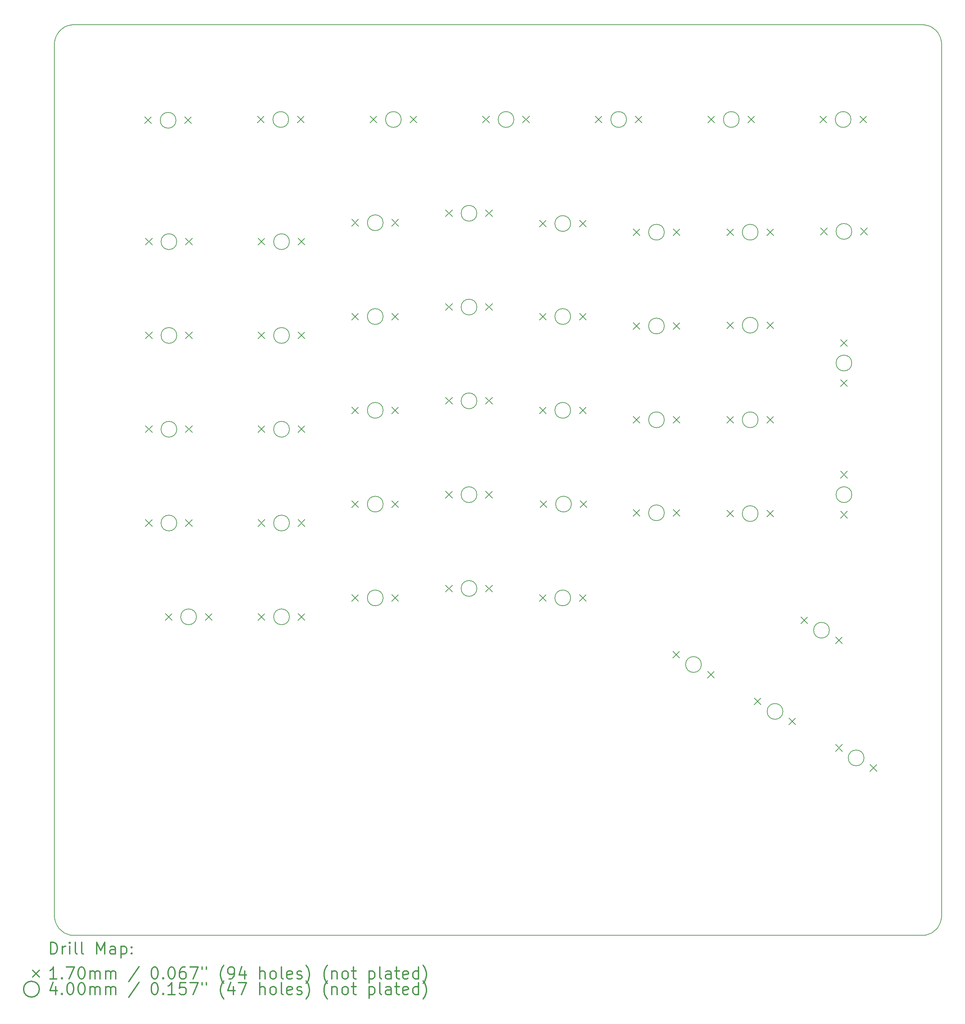
<source format=gbr>
%FSLAX45Y45*%
G04 Gerber Fmt 4.5, Leading zero omitted, Abs format (unit mm)*
G04 Created by KiCad (PCBNEW 5.1.6-c6e7f7d~87~ubuntu20.04.1) date 2020-09-09 12:41:01*
%MOMM*%
%LPD*%
G01*
G04 APERTURE LIST*
%TA.AperFunction,Profile*%
%ADD10C,0.200000*%
%TD*%
%ADD11C,0.200000*%
%ADD12C,0.300000*%
G04 APERTURE END LIST*
D10*
X2047289Y-4717200D02*
X2057900Y-4679400D01*
X24138100Y-27436383D02*
X24099100Y-27441068D01*
X24286900Y-27388014D02*
X24251200Y-27404550D01*
X2455190Y-27436383D02*
X2416740Y-27428666D01*
X24505300Y-4607000D02*
X24521700Y-4642700D01*
X24559900Y-26942493D02*
X24558400Y-26981768D01*
X2087941Y-4607000D02*
X2107096Y-4572700D01*
X24546100Y-4717200D02*
X24553700Y-4755700D01*
X2033508Y-26942493D02*
X2033508Y-4834100D01*
X2087941Y-27169595D02*
X2071542Y-27133904D01*
X2039710Y-27020768D02*
X2035024Y-26981768D01*
X2179994Y-27296099D02*
X2153260Y-27267160D01*
X24559900Y-4834100D02*
X24559900Y-26942493D01*
X24535300Y-27096971D02*
X24521700Y-27133904D01*
X24251200Y-27404550D02*
X24214400Y-27418055D01*
X2035024Y-26981768D02*
X2033508Y-26942493D01*
X2494186Y-4335500D02*
X2533598Y-4334000D01*
X2057900Y-4679400D02*
X2071542Y-4642700D01*
X24059800Y-4334000D02*
X24099100Y-4335500D01*
X2239663Y-27347086D02*
X2208795Y-27322695D01*
X24353700Y-27347086D02*
X24321100Y-27368859D01*
X2071542Y-27133904D02*
X2057900Y-27096971D01*
X2153260Y-27267160D02*
X2129006Y-27236430D01*
X2239663Y-4429500D02*
X2272185Y-4407600D01*
X2342189Y-4372000D02*
X2378983Y-4358400D01*
X24413400Y-27296099D02*
X24384600Y-27322695D01*
X2057900Y-27096971D02*
X2047289Y-27059213D01*
X2033508Y-4834100D02*
X2035024Y-4794700D01*
X2035024Y-4794700D02*
X2039710Y-4755700D01*
X2455190Y-4340200D02*
X2494186Y-4335500D01*
X24546100Y-27059213D02*
X24535300Y-27096971D01*
X24176500Y-27428666D02*
X24138100Y-27436383D01*
X24553700Y-27020768D02*
X24546100Y-27059213D01*
X24464400Y-4540100D02*
X24486200Y-4572700D01*
X24321100Y-27368859D02*
X24286900Y-27388014D01*
X24505300Y-27169595D02*
X24486200Y-27203770D01*
X2153260Y-4509300D02*
X2179994Y-4480500D01*
X2533598Y-4334000D02*
X24059800Y-4334000D01*
X2047289Y-27059213D02*
X2039710Y-27020768D01*
X24553700Y-4755700D02*
X24558400Y-4794700D01*
X2494186Y-27441068D02*
X2455190Y-27436383D01*
X24214400Y-27418055D02*
X24176500Y-27428666D01*
X2107096Y-27203770D02*
X2087941Y-27169595D01*
X24486200Y-4572700D02*
X24505300Y-4607000D01*
X24521700Y-4642700D02*
X24535300Y-4679400D01*
X24558400Y-26981768D02*
X24553700Y-27020768D01*
X2039710Y-4755700D02*
X2047289Y-4717200D01*
X24214400Y-4358400D02*
X24251200Y-4372000D01*
X2107096Y-4572700D02*
X2129006Y-4540100D01*
X2378983Y-4358400D02*
X2416740Y-4347800D01*
X24384600Y-4453700D02*
X24413400Y-4480500D01*
X24384600Y-27322695D02*
X24353700Y-27347086D01*
X24464400Y-27236430D02*
X24440000Y-27267160D01*
X24521700Y-27133904D02*
X24505300Y-27169595D01*
X2208795Y-27322695D02*
X2179994Y-27296099D01*
X24286900Y-4388400D02*
X24321100Y-4407600D01*
X24558400Y-4794700D02*
X24559900Y-4834100D01*
X2272185Y-4407600D02*
X2306498Y-4388400D01*
X2306498Y-4388400D02*
X2342189Y-4372000D01*
X2071542Y-4642700D02*
X2087941Y-4607000D01*
X24440000Y-27267160D02*
X24413400Y-27296099D01*
X2416740Y-4347800D02*
X2455190Y-4340200D01*
X24138100Y-4340200D02*
X24176500Y-4347800D01*
X24486200Y-27203770D02*
X24464400Y-27236430D01*
X24059800Y-27442584D02*
X2533598Y-27442584D01*
X24251200Y-4372000D02*
X24286900Y-4388400D01*
X2129006Y-4540100D02*
X2153260Y-4509300D01*
X24353700Y-4429500D02*
X24384600Y-4453700D01*
X24535300Y-4679400D02*
X24546100Y-4717200D01*
X2378983Y-27418055D02*
X2342189Y-27404550D01*
X2208795Y-4453700D02*
X2239663Y-4429500D01*
X24176500Y-4347800D02*
X24214400Y-4358400D01*
X2533598Y-27442584D02*
X2494186Y-27441068D01*
X2272185Y-27368859D02*
X2239663Y-27347086D01*
X24099100Y-27441068D02*
X24059800Y-27442584D01*
X24440000Y-4509300D02*
X24464400Y-4540100D01*
X2129006Y-27236430D02*
X2107096Y-27203770D01*
X24321100Y-4407600D02*
X24353700Y-4429500D01*
X24099100Y-4335500D02*
X24138100Y-4340200D01*
X2179994Y-4480500D02*
X2208795Y-4453700D01*
X2342189Y-27404550D02*
X2306498Y-27388014D01*
X24413400Y-4480500D02*
X24440000Y-4509300D01*
X2306498Y-27388014D02*
X2272185Y-27368859D01*
X2416740Y-27428666D02*
X2378983Y-27418055D01*
D11*
X7207000Y-9755000D02*
X7377000Y-9925000D01*
X7377000Y-9755000D02*
X7207000Y-9925000D01*
X8223000Y-9755000D02*
X8393000Y-9925000D01*
X8393000Y-9755000D02*
X8223000Y-9925000D01*
X14347000Y-9295000D02*
X14517000Y-9465000D01*
X14517000Y-9295000D02*
X14347000Y-9465000D01*
X15363000Y-9295000D02*
X15533000Y-9465000D01*
X15533000Y-9295000D02*
X15363000Y-9465000D01*
X4847000Y-19275000D02*
X5017000Y-19445000D01*
X5017000Y-19275000D02*
X4847000Y-19445000D01*
X5863000Y-19275000D02*
X6033000Y-19445000D01*
X6033000Y-19275000D02*
X5863000Y-19445000D01*
X9587000Y-14035000D02*
X9757000Y-14205000D01*
X9757000Y-14035000D02*
X9587000Y-14205000D01*
X10603000Y-14035000D02*
X10773000Y-14205000D01*
X10773000Y-14035000D02*
X10603000Y-14205000D01*
X19107000Y-14275000D02*
X19277000Y-14445000D01*
X19277000Y-14275000D02*
X19107000Y-14445000D01*
X20123000Y-14275000D02*
X20293000Y-14445000D01*
X20293000Y-14275000D02*
X20123000Y-14445000D01*
X14347000Y-18795000D02*
X14517000Y-18965000D01*
X14517000Y-18795000D02*
X14347000Y-18965000D01*
X15363000Y-18795000D02*
X15533000Y-18965000D01*
X15533000Y-18795000D02*
X15363000Y-18965000D01*
X11967000Y-11415000D02*
X12137000Y-11585000D01*
X12137000Y-11415000D02*
X11967000Y-11585000D01*
X12983000Y-11415000D02*
X13153000Y-11585000D01*
X13153000Y-11415000D02*
X12983000Y-11585000D01*
X7207000Y-19275000D02*
X7377000Y-19445000D01*
X7377000Y-19275000D02*
X7207000Y-19445000D01*
X8223000Y-19275000D02*
X8393000Y-19445000D01*
X8393000Y-19275000D02*
X8223000Y-19445000D01*
X16727000Y-14275000D02*
X16897000Y-14445000D01*
X16897000Y-14275000D02*
X16727000Y-14445000D01*
X17743000Y-14275000D02*
X17913000Y-14445000D01*
X17913000Y-14275000D02*
X17743000Y-14445000D01*
X15767000Y-6655000D02*
X15937000Y-6825000D01*
X15937000Y-6655000D02*
X15767000Y-6825000D01*
X16783000Y-6655000D02*
X16953000Y-6825000D01*
X16953000Y-6655000D02*
X16783000Y-6825000D01*
X4327000Y-6675000D02*
X4497000Y-6845000D01*
X4497000Y-6675000D02*
X4327000Y-6845000D01*
X5343000Y-6675000D02*
X5513000Y-6845000D01*
X5513000Y-6675000D02*
X5343000Y-6845000D01*
X16727000Y-11895000D02*
X16897000Y-12065000D01*
X16897000Y-11895000D02*
X16727000Y-12065000D01*
X17743000Y-11895000D02*
X17913000Y-12065000D01*
X17913000Y-11895000D02*
X17743000Y-12065000D01*
X17735089Y-20231041D02*
X17905089Y-20401041D01*
X17905089Y-20231041D02*
X17735089Y-20401041D01*
X18614971Y-20739041D02*
X18784971Y-20909041D01*
X18784971Y-20739041D02*
X18614971Y-20909041D01*
X14347000Y-14035000D02*
X14517000Y-14205000D01*
X14517000Y-14035000D02*
X14347000Y-14205000D01*
X15363000Y-14035000D02*
X15533000Y-14205000D01*
X15533000Y-14035000D02*
X15363000Y-14205000D01*
X16727000Y-16635000D02*
X16897000Y-16805000D01*
X16897000Y-16635000D02*
X16727000Y-16805000D01*
X17743000Y-16635000D02*
X17913000Y-16805000D01*
X17913000Y-16635000D02*
X17743000Y-16805000D01*
X4347000Y-9755000D02*
X4517000Y-9925000D01*
X4517000Y-9755000D02*
X4347000Y-9925000D01*
X5363000Y-9755000D02*
X5533000Y-9925000D01*
X5533000Y-9755000D02*
X5363000Y-9925000D01*
X9587000Y-16415000D02*
X9757000Y-16585000D01*
X9757000Y-16415000D02*
X9587000Y-16585000D01*
X10603000Y-16415000D02*
X10773000Y-16585000D01*
X10773000Y-16415000D02*
X10603000Y-16585000D01*
X19107000Y-16655000D02*
X19277000Y-16825000D01*
X19277000Y-16655000D02*
X19107000Y-16825000D01*
X20123000Y-16655000D02*
X20293000Y-16825000D01*
X20293000Y-16655000D02*
X20123000Y-16825000D01*
X7207000Y-14515000D02*
X7377000Y-14685000D01*
X7377000Y-14515000D02*
X7207000Y-14685000D01*
X8223000Y-14515000D02*
X8393000Y-14685000D01*
X8393000Y-14515000D02*
X8223000Y-14685000D01*
X21995000Y-15667000D02*
X22165000Y-15837000D01*
X22165000Y-15667000D02*
X21995000Y-15837000D01*
X21995000Y-16683000D02*
X22165000Y-16853000D01*
X22165000Y-16683000D02*
X21995000Y-16853000D01*
X11967000Y-18555000D02*
X12137000Y-18725000D01*
X12137000Y-18555000D02*
X11967000Y-18725000D01*
X12983000Y-18555000D02*
X13153000Y-18725000D01*
X13153000Y-18555000D02*
X12983000Y-18725000D01*
X16727000Y-9515000D02*
X16897000Y-9685000D01*
X16897000Y-9515000D02*
X16727000Y-9685000D01*
X17743000Y-9515000D02*
X17913000Y-9685000D01*
X17913000Y-9515000D02*
X17743000Y-9685000D01*
X11967000Y-9035000D02*
X12137000Y-9205000D01*
X12137000Y-9035000D02*
X11967000Y-9205000D01*
X12983000Y-9035000D02*
X13153000Y-9205000D01*
X13153000Y-9035000D02*
X12983000Y-9205000D01*
X14367000Y-16415000D02*
X14537000Y-16585000D01*
X14537000Y-16415000D02*
X14367000Y-16585000D01*
X15383000Y-16415000D02*
X15553000Y-16585000D01*
X15553000Y-16415000D02*
X15383000Y-16585000D01*
X4347000Y-12135000D02*
X4517000Y-12305000D01*
X4517000Y-12135000D02*
X4347000Y-12305000D01*
X5363000Y-12135000D02*
X5533000Y-12305000D01*
X5533000Y-12135000D02*
X5363000Y-12305000D01*
X7207000Y-16895000D02*
X7377000Y-17065000D01*
X7377000Y-16895000D02*
X7207000Y-17065000D01*
X8223000Y-16895000D02*
X8393000Y-17065000D01*
X8393000Y-16895000D02*
X8223000Y-17065000D01*
X9587000Y-11655000D02*
X9757000Y-11825000D01*
X9757000Y-11655000D02*
X9587000Y-11825000D01*
X10603000Y-11655000D02*
X10773000Y-11825000D01*
X10773000Y-11655000D02*
X10603000Y-11825000D01*
X19107000Y-11875000D02*
X19277000Y-12045000D01*
X19277000Y-11875000D02*
X19107000Y-12045000D01*
X20123000Y-11875000D02*
X20293000Y-12045000D01*
X20293000Y-11875000D02*
X20123000Y-12045000D01*
X12907000Y-6655000D02*
X13077000Y-6825000D01*
X13077000Y-6655000D02*
X12907000Y-6825000D01*
X13923000Y-6655000D02*
X14093000Y-6825000D01*
X14093000Y-6655000D02*
X13923000Y-6825000D01*
X4347000Y-16895000D02*
X4517000Y-17065000D01*
X4517000Y-16895000D02*
X4347000Y-17065000D01*
X5363000Y-16895000D02*
X5533000Y-17065000D01*
X5533000Y-16895000D02*
X5363000Y-17065000D01*
X21995000Y-12327000D02*
X22165000Y-12497000D01*
X22165000Y-12327000D02*
X21995000Y-12497000D01*
X21995000Y-13343000D02*
X22165000Y-13513000D01*
X22165000Y-13343000D02*
X21995000Y-13513000D01*
X21865089Y-22601041D02*
X22035089Y-22771041D01*
X22035089Y-22601041D02*
X21865089Y-22771041D01*
X22744970Y-23109041D02*
X22914970Y-23279041D01*
X22914970Y-23109041D02*
X22744970Y-23279041D01*
X18627000Y-6655000D02*
X18797000Y-6825000D01*
X18797000Y-6655000D02*
X18627000Y-6825000D01*
X19643000Y-6655000D02*
X19813000Y-6825000D01*
X19813000Y-6655000D02*
X19643000Y-6825000D01*
X11967000Y-13795000D02*
X12137000Y-13965000D01*
X12137000Y-13795000D02*
X11967000Y-13965000D01*
X12983000Y-13795000D02*
X13153000Y-13965000D01*
X13153000Y-13795000D02*
X12983000Y-13965000D01*
X14347000Y-11655000D02*
X14517000Y-11825000D01*
X14517000Y-11655000D02*
X14347000Y-11825000D01*
X15363000Y-11655000D02*
X15533000Y-11825000D01*
X15533000Y-11655000D02*
X15363000Y-11825000D01*
X9587000Y-9275000D02*
X9757000Y-9445000D01*
X9757000Y-9275000D02*
X9587000Y-9445000D01*
X10603000Y-9275000D02*
X10773000Y-9445000D01*
X10773000Y-9275000D02*
X10603000Y-9445000D01*
X19107000Y-9515000D02*
X19277000Y-9685000D01*
X19277000Y-9515000D02*
X19107000Y-9685000D01*
X20123000Y-9515000D02*
X20293000Y-9685000D01*
X20293000Y-9515000D02*
X20123000Y-9685000D01*
X4347000Y-14515000D02*
X4517000Y-14685000D01*
X4517000Y-14515000D02*
X4347000Y-14685000D01*
X5363000Y-14515000D02*
X5533000Y-14685000D01*
X5533000Y-14515000D02*
X5363000Y-14685000D01*
X9587000Y-18795000D02*
X9757000Y-18965000D01*
X9757000Y-18795000D02*
X9587000Y-18965000D01*
X10603000Y-18795000D02*
X10773000Y-18965000D01*
X10773000Y-18795000D02*
X10603000Y-18965000D01*
X21487000Y-9495000D02*
X21657000Y-9665000D01*
X21657000Y-9495000D02*
X21487000Y-9665000D01*
X22503000Y-9495000D02*
X22673000Y-9665000D01*
X22673000Y-9495000D02*
X22503000Y-9665000D01*
X19805089Y-21421041D02*
X19975089Y-21591041D01*
X19975089Y-21421041D02*
X19805089Y-21591041D01*
X20684971Y-21929041D02*
X20854971Y-22099041D01*
X20854971Y-21929041D02*
X20684971Y-22099041D01*
X7207000Y-12135000D02*
X7377000Y-12305000D01*
X7377000Y-12135000D02*
X7207000Y-12305000D01*
X8223000Y-12135000D02*
X8393000Y-12305000D01*
X8393000Y-12135000D02*
X8223000Y-12305000D01*
X11967000Y-16175000D02*
X12137000Y-16345000D01*
X12137000Y-16175000D02*
X11967000Y-16345000D01*
X12983000Y-16175000D02*
X13153000Y-16345000D01*
X13153000Y-16175000D02*
X12983000Y-16345000D01*
X7187000Y-6655000D02*
X7357000Y-6825000D01*
X7357000Y-6655000D02*
X7187000Y-6825000D01*
X8203000Y-6655000D02*
X8373000Y-6825000D01*
X8373000Y-6655000D02*
X8203000Y-6825000D01*
X10047000Y-6655000D02*
X10217000Y-6825000D01*
X10217000Y-6655000D02*
X10047000Y-6825000D01*
X11063000Y-6655000D02*
X11233000Y-6825000D01*
X11233000Y-6655000D02*
X11063000Y-6825000D01*
X20985089Y-19361041D02*
X21155089Y-19531041D01*
X21155089Y-19361041D02*
X20985089Y-19531041D01*
X21864971Y-19869041D02*
X22034971Y-20039041D01*
X22034971Y-19869041D02*
X21864971Y-20039041D01*
X21467000Y-6655000D02*
X21637000Y-6825000D01*
X21637000Y-6655000D02*
X21467000Y-6825000D01*
X22483000Y-6655000D02*
X22653000Y-6825000D01*
X22653000Y-6655000D02*
X22483000Y-6825000D01*
X10380000Y-14120000D02*
G75*
G03*
X10380000Y-14120000I-200000J0D01*
G01*
X19900000Y-14360000D02*
G75*
G03*
X19900000Y-14360000I-200000J0D01*
G01*
X15140000Y-18880000D02*
G75*
G03*
X15140000Y-18880000I-200000J0D01*
G01*
X12760000Y-11500000D02*
G75*
G03*
X12760000Y-11500000I-200000J0D01*
G01*
X8000000Y-19360000D02*
G75*
G03*
X8000000Y-19360000I-200000J0D01*
G01*
X17520000Y-14360000D02*
G75*
G03*
X17520000Y-14360000I-200000J0D01*
G01*
X16560000Y-6740000D02*
G75*
G03*
X16560000Y-6740000I-200000J0D01*
G01*
X5120000Y-6760000D02*
G75*
G03*
X5120000Y-6760000I-200000J0D01*
G01*
X17520000Y-11980000D02*
G75*
G03*
X17520000Y-11980000I-200000J0D01*
G01*
X18460030Y-20570041D02*
G75*
G03*
X18460030Y-20570041I-200000J0D01*
G01*
X15140000Y-14120000D02*
G75*
G03*
X15140000Y-14120000I-200000J0D01*
G01*
X17520000Y-16720000D02*
G75*
G03*
X17520000Y-16720000I-200000J0D01*
G01*
X5140000Y-9840000D02*
G75*
G03*
X5140000Y-9840000I-200000J0D01*
G01*
X10380000Y-16500000D02*
G75*
G03*
X10380000Y-16500000I-200000J0D01*
G01*
X19900000Y-16740000D02*
G75*
G03*
X19900000Y-16740000I-200000J0D01*
G01*
X8000000Y-14600000D02*
G75*
G03*
X8000000Y-14600000I-200000J0D01*
G01*
X22280000Y-16260000D02*
G75*
G03*
X22280000Y-16260000I-200000J0D01*
G01*
X12760000Y-18640000D02*
G75*
G03*
X12760000Y-18640000I-200000J0D01*
G01*
X17520000Y-9600000D02*
G75*
G03*
X17520000Y-9600000I-200000J0D01*
G01*
X12760000Y-9120000D02*
G75*
G03*
X12760000Y-9120000I-200000J0D01*
G01*
X15160000Y-16500000D02*
G75*
G03*
X15160000Y-16500000I-200000J0D01*
G01*
X5140000Y-12220000D02*
G75*
G03*
X5140000Y-12220000I-200000J0D01*
G01*
X8000000Y-16980000D02*
G75*
G03*
X8000000Y-16980000I-200000J0D01*
G01*
X10380000Y-11740000D02*
G75*
G03*
X10380000Y-11740000I-200000J0D01*
G01*
X19900000Y-11960000D02*
G75*
G03*
X19900000Y-11960000I-200000J0D01*
G01*
X13700000Y-6740000D02*
G75*
G03*
X13700000Y-6740000I-200000J0D01*
G01*
X5140000Y-16980000D02*
G75*
G03*
X5140000Y-16980000I-200000J0D01*
G01*
X22280000Y-12920000D02*
G75*
G03*
X22280000Y-12920000I-200000J0D01*
G01*
X22590029Y-22940041D02*
G75*
G03*
X22590029Y-22940041I-200000J0D01*
G01*
X19420000Y-6740000D02*
G75*
G03*
X19420000Y-6740000I-200000J0D01*
G01*
X12760000Y-13880000D02*
G75*
G03*
X12760000Y-13880000I-200000J0D01*
G01*
X15140000Y-11740000D02*
G75*
G03*
X15140000Y-11740000I-200000J0D01*
G01*
X10380000Y-9360000D02*
G75*
G03*
X10380000Y-9360000I-200000J0D01*
G01*
X19900000Y-9600000D02*
G75*
G03*
X19900000Y-9600000I-200000J0D01*
G01*
X5140000Y-14600000D02*
G75*
G03*
X5140000Y-14600000I-200000J0D01*
G01*
X10380000Y-18880000D02*
G75*
G03*
X10380000Y-18880000I-200000J0D01*
G01*
X22280000Y-9580000D02*
G75*
G03*
X22280000Y-9580000I-200000J0D01*
G01*
X20530030Y-21760041D02*
G75*
G03*
X20530030Y-21760041I-200000J0D01*
G01*
X8000000Y-12220000D02*
G75*
G03*
X8000000Y-12220000I-200000J0D01*
G01*
X12760000Y-16260000D02*
G75*
G03*
X12760000Y-16260000I-200000J0D01*
G01*
X7980000Y-6740000D02*
G75*
G03*
X7980000Y-6740000I-200000J0D01*
G01*
X10840000Y-6740000D02*
G75*
G03*
X10840000Y-6740000I-200000J0D01*
G01*
X21710030Y-19700041D02*
G75*
G03*
X21710030Y-19700041I-200000J0D01*
G01*
X22260000Y-6740000D02*
G75*
G03*
X22260000Y-6740000I-200000J0D01*
G01*
X8000000Y-9840000D02*
G75*
G03*
X8000000Y-9840000I-200000J0D01*
G01*
X15140000Y-9380000D02*
G75*
G03*
X15140000Y-9380000I-200000J0D01*
G01*
X5640000Y-19360000D02*
G75*
G03*
X5640000Y-19360000I-200000J0D01*
G01*
D12*
X1936428Y-27918299D02*
X1936428Y-27618299D01*
X2007857Y-27618299D01*
X2050714Y-27632584D01*
X2079286Y-27661156D01*
X2093571Y-27689727D01*
X2107857Y-27746870D01*
X2107857Y-27789727D01*
X2093571Y-27846870D01*
X2079286Y-27875441D01*
X2050714Y-27904013D01*
X2007857Y-27918299D01*
X1936428Y-27918299D01*
X2236429Y-27918299D02*
X2236429Y-27718299D01*
X2236429Y-27775441D02*
X2250714Y-27746870D01*
X2265000Y-27732584D01*
X2293571Y-27718299D01*
X2322143Y-27718299D01*
X2422143Y-27918299D02*
X2422143Y-27718299D01*
X2422143Y-27618299D02*
X2407857Y-27632584D01*
X2422143Y-27646870D01*
X2436429Y-27632584D01*
X2422143Y-27618299D01*
X2422143Y-27646870D01*
X2607857Y-27918299D02*
X2579286Y-27904013D01*
X2565000Y-27875441D01*
X2565000Y-27618299D01*
X2765000Y-27918299D02*
X2736429Y-27904013D01*
X2722143Y-27875441D01*
X2722143Y-27618299D01*
X3107857Y-27918299D02*
X3107857Y-27618299D01*
X3207857Y-27832584D01*
X3307857Y-27618299D01*
X3307857Y-27918299D01*
X3579286Y-27918299D02*
X3579286Y-27761156D01*
X3565000Y-27732584D01*
X3536428Y-27718299D01*
X3479286Y-27718299D01*
X3450714Y-27732584D01*
X3579286Y-27904013D02*
X3550714Y-27918299D01*
X3479286Y-27918299D01*
X3450714Y-27904013D01*
X3436428Y-27875441D01*
X3436428Y-27846870D01*
X3450714Y-27818299D01*
X3479286Y-27804013D01*
X3550714Y-27804013D01*
X3579286Y-27789727D01*
X3722143Y-27718299D02*
X3722143Y-28018299D01*
X3722143Y-27732584D02*
X3750714Y-27718299D01*
X3807857Y-27718299D01*
X3836428Y-27732584D01*
X3850714Y-27746870D01*
X3865000Y-27775441D01*
X3865000Y-27861156D01*
X3850714Y-27889727D01*
X3836428Y-27904013D01*
X3807857Y-27918299D01*
X3750714Y-27918299D01*
X3722143Y-27904013D01*
X3993571Y-27889727D02*
X4007857Y-27904013D01*
X3993571Y-27918299D01*
X3979286Y-27904013D01*
X3993571Y-27889727D01*
X3993571Y-27918299D01*
X3993571Y-27732584D02*
X4007857Y-27746870D01*
X3993571Y-27761156D01*
X3979286Y-27746870D01*
X3993571Y-27732584D01*
X3993571Y-27761156D01*
X1480000Y-28327584D02*
X1650000Y-28497584D01*
X1650000Y-28327584D02*
X1480000Y-28497584D01*
X2093571Y-28548299D02*
X1922143Y-28548299D01*
X2007857Y-28548299D02*
X2007857Y-28248299D01*
X1979286Y-28291156D01*
X1950714Y-28319727D01*
X1922143Y-28334013D01*
X2222143Y-28519727D02*
X2236429Y-28534013D01*
X2222143Y-28548299D01*
X2207857Y-28534013D01*
X2222143Y-28519727D01*
X2222143Y-28548299D01*
X2336429Y-28248299D02*
X2536429Y-28248299D01*
X2407857Y-28548299D01*
X2707857Y-28248299D02*
X2736429Y-28248299D01*
X2765000Y-28262584D01*
X2779286Y-28276870D01*
X2793571Y-28305441D01*
X2807857Y-28362584D01*
X2807857Y-28434013D01*
X2793571Y-28491156D01*
X2779286Y-28519727D01*
X2765000Y-28534013D01*
X2736429Y-28548299D01*
X2707857Y-28548299D01*
X2679286Y-28534013D01*
X2665000Y-28519727D01*
X2650714Y-28491156D01*
X2636429Y-28434013D01*
X2636429Y-28362584D01*
X2650714Y-28305441D01*
X2665000Y-28276870D01*
X2679286Y-28262584D01*
X2707857Y-28248299D01*
X2936428Y-28548299D02*
X2936428Y-28348299D01*
X2936428Y-28376870D02*
X2950714Y-28362584D01*
X2979286Y-28348299D01*
X3022143Y-28348299D01*
X3050714Y-28362584D01*
X3065000Y-28391156D01*
X3065000Y-28548299D01*
X3065000Y-28391156D02*
X3079286Y-28362584D01*
X3107857Y-28348299D01*
X3150714Y-28348299D01*
X3179286Y-28362584D01*
X3193571Y-28391156D01*
X3193571Y-28548299D01*
X3336428Y-28548299D02*
X3336428Y-28348299D01*
X3336428Y-28376870D02*
X3350714Y-28362584D01*
X3379286Y-28348299D01*
X3422143Y-28348299D01*
X3450714Y-28362584D01*
X3465000Y-28391156D01*
X3465000Y-28548299D01*
X3465000Y-28391156D02*
X3479286Y-28362584D01*
X3507857Y-28348299D01*
X3550714Y-28348299D01*
X3579286Y-28362584D01*
X3593571Y-28391156D01*
X3593571Y-28548299D01*
X4179286Y-28234013D02*
X3922143Y-28619727D01*
X4565000Y-28248299D02*
X4593571Y-28248299D01*
X4622143Y-28262584D01*
X4636429Y-28276870D01*
X4650714Y-28305441D01*
X4665000Y-28362584D01*
X4665000Y-28434013D01*
X4650714Y-28491156D01*
X4636429Y-28519727D01*
X4622143Y-28534013D01*
X4593571Y-28548299D01*
X4565000Y-28548299D01*
X4536429Y-28534013D01*
X4522143Y-28519727D01*
X4507857Y-28491156D01*
X4493571Y-28434013D01*
X4493571Y-28362584D01*
X4507857Y-28305441D01*
X4522143Y-28276870D01*
X4536429Y-28262584D01*
X4565000Y-28248299D01*
X4793571Y-28519727D02*
X4807857Y-28534013D01*
X4793571Y-28548299D01*
X4779286Y-28534013D01*
X4793571Y-28519727D01*
X4793571Y-28548299D01*
X4993571Y-28248299D02*
X5022143Y-28248299D01*
X5050714Y-28262584D01*
X5065000Y-28276870D01*
X5079286Y-28305441D01*
X5093571Y-28362584D01*
X5093571Y-28434013D01*
X5079286Y-28491156D01*
X5065000Y-28519727D01*
X5050714Y-28534013D01*
X5022143Y-28548299D01*
X4993571Y-28548299D01*
X4965000Y-28534013D01*
X4950714Y-28519727D01*
X4936429Y-28491156D01*
X4922143Y-28434013D01*
X4922143Y-28362584D01*
X4936429Y-28305441D01*
X4950714Y-28276870D01*
X4965000Y-28262584D01*
X4993571Y-28248299D01*
X5350714Y-28248299D02*
X5293571Y-28248299D01*
X5265000Y-28262584D01*
X5250714Y-28276870D01*
X5222143Y-28319727D01*
X5207857Y-28376870D01*
X5207857Y-28491156D01*
X5222143Y-28519727D01*
X5236429Y-28534013D01*
X5265000Y-28548299D01*
X5322143Y-28548299D01*
X5350714Y-28534013D01*
X5365000Y-28519727D01*
X5379286Y-28491156D01*
X5379286Y-28419727D01*
X5365000Y-28391156D01*
X5350714Y-28376870D01*
X5322143Y-28362584D01*
X5265000Y-28362584D01*
X5236429Y-28376870D01*
X5222143Y-28391156D01*
X5207857Y-28419727D01*
X5479286Y-28248299D02*
X5679286Y-28248299D01*
X5550714Y-28548299D01*
X5779286Y-28248299D02*
X5779286Y-28305441D01*
X5893571Y-28248299D02*
X5893571Y-28305441D01*
X6336428Y-28662584D02*
X6322143Y-28648299D01*
X6293571Y-28605441D01*
X6279286Y-28576870D01*
X6265000Y-28534013D01*
X6250714Y-28462584D01*
X6250714Y-28405441D01*
X6265000Y-28334013D01*
X6279286Y-28291156D01*
X6293571Y-28262584D01*
X6322143Y-28219727D01*
X6336428Y-28205441D01*
X6465000Y-28548299D02*
X6522143Y-28548299D01*
X6550714Y-28534013D01*
X6565000Y-28519727D01*
X6593571Y-28476870D01*
X6607857Y-28419727D01*
X6607857Y-28305441D01*
X6593571Y-28276870D01*
X6579286Y-28262584D01*
X6550714Y-28248299D01*
X6493571Y-28248299D01*
X6465000Y-28262584D01*
X6450714Y-28276870D01*
X6436428Y-28305441D01*
X6436428Y-28376870D01*
X6450714Y-28405441D01*
X6465000Y-28419727D01*
X6493571Y-28434013D01*
X6550714Y-28434013D01*
X6579286Y-28419727D01*
X6593571Y-28405441D01*
X6607857Y-28376870D01*
X6865000Y-28348299D02*
X6865000Y-28548299D01*
X6793571Y-28234013D02*
X6722143Y-28448299D01*
X6907857Y-28448299D01*
X7250714Y-28548299D02*
X7250714Y-28248299D01*
X7379286Y-28548299D02*
X7379286Y-28391156D01*
X7365000Y-28362584D01*
X7336428Y-28348299D01*
X7293571Y-28348299D01*
X7265000Y-28362584D01*
X7250714Y-28376870D01*
X7565000Y-28548299D02*
X7536428Y-28534013D01*
X7522143Y-28519727D01*
X7507857Y-28491156D01*
X7507857Y-28405441D01*
X7522143Y-28376870D01*
X7536428Y-28362584D01*
X7565000Y-28348299D01*
X7607857Y-28348299D01*
X7636428Y-28362584D01*
X7650714Y-28376870D01*
X7665000Y-28405441D01*
X7665000Y-28491156D01*
X7650714Y-28519727D01*
X7636428Y-28534013D01*
X7607857Y-28548299D01*
X7565000Y-28548299D01*
X7836428Y-28548299D02*
X7807857Y-28534013D01*
X7793571Y-28505441D01*
X7793571Y-28248299D01*
X8065000Y-28534013D02*
X8036428Y-28548299D01*
X7979286Y-28548299D01*
X7950714Y-28534013D01*
X7936428Y-28505441D01*
X7936428Y-28391156D01*
X7950714Y-28362584D01*
X7979286Y-28348299D01*
X8036428Y-28348299D01*
X8065000Y-28362584D01*
X8079286Y-28391156D01*
X8079286Y-28419727D01*
X7936428Y-28448299D01*
X8193571Y-28534013D02*
X8222143Y-28548299D01*
X8279286Y-28548299D01*
X8307857Y-28534013D01*
X8322143Y-28505441D01*
X8322143Y-28491156D01*
X8307857Y-28462584D01*
X8279286Y-28448299D01*
X8236428Y-28448299D01*
X8207857Y-28434013D01*
X8193571Y-28405441D01*
X8193571Y-28391156D01*
X8207857Y-28362584D01*
X8236428Y-28348299D01*
X8279286Y-28348299D01*
X8307857Y-28362584D01*
X8422143Y-28662584D02*
X8436429Y-28648299D01*
X8465000Y-28605441D01*
X8479286Y-28576870D01*
X8493571Y-28534013D01*
X8507857Y-28462584D01*
X8507857Y-28405441D01*
X8493571Y-28334013D01*
X8479286Y-28291156D01*
X8465000Y-28262584D01*
X8436429Y-28219727D01*
X8422143Y-28205441D01*
X8965000Y-28662584D02*
X8950714Y-28648299D01*
X8922143Y-28605441D01*
X8907857Y-28576870D01*
X8893571Y-28534013D01*
X8879286Y-28462584D01*
X8879286Y-28405441D01*
X8893571Y-28334013D01*
X8907857Y-28291156D01*
X8922143Y-28262584D01*
X8950714Y-28219727D01*
X8965000Y-28205441D01*
X9079286Y-28348299D02*
X9079286Y-28548299D01*
X9079286Y-28376870D02*
X9093571Y-28362584D01*
X9122143Y-28348299D01*
X9165000Y-28348299D01*
X9193571Y-28362584D01*
X9207857Y-28391156D01*
X9207857Y-28548299D01*
X9393571Y-28548299D02*
X9365000Y-28534013D01*
X9350714Y-28519727D01*
X9336429Y-28491156D01*
X9336429Y-28405441D01*
X9350714Y-28376870D01*
X9365000Y-28362584D01*
X9393571Y-28348299D01*
X9436429Y-28348299D01*
X9465000Y-28362584D01*
X9479286Y-28376870D01*
X9493571Y-28405441D01*
X9493571Y-28491156D01*
X9479286Y-28519727D01*
X9465000Y-28534013D01*
X9436429Y-28548299D01*
X9393571Y-28548299D01*
X9579286Y-28348299D02*
X9693571Y-28348299D01*
X9622143Y-28248299D02*
X9622143Y-28505441D01*
X9636429Y-28534013D01*
X9665000Y-28548299D01*
X9693571Y-28548299D01*
X10022143Y-28348299D02*
X10022143Y-28648299D01*
X10022143Y-28362584D02*
X10050714Y-28348299D01*
X10107857Y-28348299D01*
X10136429Y-28362584D01*
X10150714Y-28376870D01*
X10165000Y-28405441D01*
X10165000Y-28491156D01*
X10150714Y-28519727D01*
X10136429Y-28534013D01*
X10107857Y-28548299D01*
X10050714Y-28548299D01*
X10022143Y-28534013D01*
X10336429Y-28548299D02*
X10307857Y-28534013D01*
X10293571Y-28505441D01*
X10293571Y-28248299D01*
X10579286Y-28548299D02*
X10579286Y-28391156D01*
X10565000Y-28362584D01*
X10536429Y-28348299D01*
X10479286Y-28348299D01*
X10450714Y-28362584D01*
X10579286Y-28534013D02*
X10550714Y-28548299D01*
X10479286Y-28548299D01*
X10450714Y-28534013D01*
X10436429Y-28505441D01*
X10436429Y-28476870D01*
X10450714Y-28448299D01*
X10479286Y-28434013D01*
X10550714Y-28434013D01*
X10579286Y-28419727D01*
X10679286Y-28348299D02*
X10793571Y-28348299D01*
X10722143Y-28248299D02*
X10722143Y-28505441D01*
X10736429Y-28534013D01*
X10765000Y-28548299D01*
X10793571Y-28548299D01*
X11007857Y-28534013D02*
X10979286Y-28548299D01*
X10922143Y-28548299D01*
X10893571Y-28534013D01*
X10879286Y-28505441D01*
X10879286Y-28391156D01*
X10893571Y-28362584D01*
X10922143Y-28348299D01*
X10979286Y-28348299D01*
X11007857Y-28362584D01*
X11022143Y-28391156D01*
X11022143Y-28419727D01*
X10879286Y-28448299D01*
X11279286Y-28548299D02*
X11279286Y-28248299D01*
X11279286Y-28534013D02*
X11250714Y-28548299D01*
X11193571Y-28548299D01*
X11165000Y-28534013D01*
X11150714Y-28519727D01*
X11136429Y-28491156D01*
X11136429Y-28405441D01*
X11150714Y-28376870D01*
X11165000Y-28362584D01*
X11193571Y-28348299D01*
X11250714Y-28348299D01*
X11279286Y-28362584D01*
X11393571Y-28662584D02*
X11407857Y-28648299D01*
X11436428Y-28605441D01*
X11450714Y-28576870D01*
X11465000Y-28534013D01*
X11479286Y-28462584D01*
X11479286Y-28405441D01*
X11465000Y-28334013D01*
X11450714Y-28291156D01*
X11436428Y-28262584D01*
X11407857Y-28219727D01*
X11393571Y-28205441D01*
X1650000Y-28808584D02*
G75*
G03*
X1650000Y-28808584I-200000J0D01*
G01*
X2065000Y-28744299D02*
X2065000Y-28944299D01*
X1993571Y-28630013D02*
X1922143Y-28844299D01*
X2107857Y-28844299D01*
X2222143Y-28915727D02*
X2236429Y-28930013D01*
X2222143Y-28944299D01*
X2207857Y-28930013D01*
X2222143Y-28915727D01*
X2222143Y-28944299D01*
X2422143Y-28644299D02*
X2450714Y-28644299D01*
X2479286Y-28658584D01*
X2493571Y-28672870D01*
X2507857Y-28701441D01*
X2522143Y-28758584D01*
X2522143Y-28830013D01*
X2507857Y-28887156D01*
X2493571Y-28915727D01*
X2479286Y-28930013D01*
X2450714Y-28944299D01*
X2422143Y-28944299D01*
X2393571Y-28930013D01*
X2379286Y-28915727D01*
X2365000Y-28887156D01*
X2350714Y-28830013D01*
X2350714Y-28758584D01*
X2365000Y-28701441D01*
X2379286Y-28672870D01*
X2393571Y-28658584D01*
X2422143Y-28644299D01*
X2707857Y-28644299D02*
X2736429Y-28644299D01*
X2765000Y-28658584D01*
X2779286Y-28672870D01*
X2793571Y-28701441D01*
X2807857Y-28758584D01*
X2807857Y-28830013D01*
X2793571Y-28887156D01*
X2779286Y-28915727D01*
X2765000Y-28930013D01*
X2736429Y-28944299D01*
X2707857Y-28944299D01*
X2679286Y-28930013D01*
X2665000Y-28915727D01*
X2650714Y-28887156D01*
X2636429Y-28830013D01*
X2636429Y-28758584D01*
X2650714Y-28701441D01*
X2665000Y-28672870D01*
X2679286Y-28658584D01*
X2707857Y-28644299D01*
X2936428Y-28944299D02*
X2936428Y-28744299D01*
X2936428Y-28772870D02*
X2950714Y-28758584D01*
X2979286Y-28744299D01*
X3022143Y-28744299D01*
X3050714Y-28758584D01*
X3065000Y-28787156D01*
X3065000Y-28944299D01*
X3065000Y-28787156D02*
X3079286Y-28758584D01*
X3107857Y-28744299D01*
X3150714Y-28744299D01*
X3179286Y-28758584D01*
X3193571Y-28787156D01*
X3193571Y-28944299D01*
X3336428Y-28944299D02*
X3336428Y-28744299D01*
X3336428Y-28772870D02*
X3350714Y-28758584D01*
X3379286Y-28744299D01*
X3422143Y-28744299D01*
X3450714Y-28758584D01*
X3465000Y-28787156D01*
X3465000Y-28944299D01*
X3465000Y-28787156D02*
X3479286Y-28758584D01*
X3507857Y-28744299D01*
X3550714Y-28744299D01*
X3579286Y-28758584D01*
X3593571Y-28787156D01*
X3593571Y-28944299D01*
X4179286Y-28630013D02*
X3922143Y-29015727D01*
X4565000Y-28644299D02*
X4593571Y-28644299D01*
X4622143Y-28658584D01*
X4636429Y-28672870D01*
X4650714Y-28701441D01*
X4665000Y-28758584D01*
X4665000Y-28830013D01*
X4650714Y-28887156D01*
X4636429Y-28915727D01*
X4622143Y-28930013D01*
X4593571Y-28944299D01*
X4565000Y-28944299D01*
X4536429Y-28930013D01*
X4522143Y-28915727D01*
X4507857Y-28887156D01*
X4493571Y-28830013D01*
X4493571Y-28758584D01*
X4507857Y-28701441D01*
X4522143Y-28672870D01*
X4536429Y-28658584D01*
X4565000Y-28644299D01*
X4793571Y-28915727D02*
X4807857Y-28930013D01*
X4793571Y-28944299D01*
X4779286Y-28930013D01*
X4793571Y-28915727D01*
X4793571Y-28944299D01*
X5093571Y-28944299D02*
X4922143Y-28944299D01*
X5007857Y-28944299D02*
X5007857Y-28644299D01*
X4979286Y-28687156D01*
X4950714Y-28715727D01*
X4922143Y-28730013D01*
X5365000Y-28644299D02*
X5222143Y-28644299D01*
X5207857Y-28787156D01*
X5222143Y-28772870D01*
X5250714Y-28758584D01*
X5322143Y-28758584D01*
X5350714Y-28772870D01*
X5365000Y-28787156D01*
X5379286Y-28815727D01*
X5379286Y-28887156D01*
X5365000Y-28915727D01*
X5350714Y-28930013D01*
X5322143Y-28944299D01*
X5250714Y-28944299D01*
X5222143Y-28930013D01*
X5207857Y-28915727D01*
X5479286Y-28644299D02*
X5679286Y-28644299D01*
X5550714Y-28944299D01*
X5779286Y-28644299D02*
X5779286Y-28701441D01*
X5893571Y-28644299D02*
X5893571Y-28701441D01*
X6336428Y-29058584D02*
X6322143Y-29044299D01*
X6293571Y-29001441D01*
X6279286Y-28972870D01*
X6265000Y-28930013D01*
X6250714Y-28858584D01*
X6250714Y-28801441D01*
X6265000Y-28730013D01*
X6279286Y-28687156D01*
X6293571Y-28658584D01*
X6322143Y-28615727D01*
X6336428Y-28601441D01*
X6579286Y-28744299D02*
X6579286Y-28944299D01*
X6507857Y-28630013D02*
X6436428Y-28844299D01*
X6622143Y-28844299D01*
X6707857Y-28644299D02*
X6907857Y-28644299D01*
X6779286Y-28944299D01*
X7250714Y-28944299D02*
X7250714Y-28644299D01*
X7379286Y-28944299D02*
X7379286Y-28787156D01*
X7365000Y-28758584D01*
X7336428Y-28744299D01*
X7293571Y-28744299D01*
X7265000Y-28758584D01*
X7250714Y-28772870D01*
X7565000Y-28944299D02*
X7536428Y-28930013D01*
X7522143Y-28915727D01*
X7507857Y-28887156D01*
X7507857Y-28801441D01*
X7522143Y-28772870D01*
X7536428Y-28758584D01*
X7565000Y-28744299D01*
X7607857Y-28744299D01*
X7636428Y-28758584D01*
X7650714Y-28772870D01*
X7665000Y-28801441D01*
X7665000Y-28887156D01*
X7650714Y-28915727D01*
X7636428Y-28930013D01*
X7607857Y-28944299D01*
X7565000Y-28944299D01*
X7836428Y-28944299D02*
X7807857Y-28930013D01*
X7793571Y-28901441D01*
X7793571Y-28644299D01*
X8065000Y-28930013D02*
X8036428Y-28944299D01*
X7979286Y-28944299D01*
X7950714Y-28930013D01*
X7936428Y-28901441D01*
X7936428Y-28787156D01*
X7950714Y-28758584D01*
X7979286Y-28744299D01*
X8036428Y-28744299D01*
X8065000Y-28758584D01*
X8079286Y-28787156D01*
X8079286Y-28815727D01*
X7936428Y-28844299D01*
X8193571Y-28930013D02*
X8222143Y-28944299D01*
X8279286Y-28944299D01*
X8307857Y-28930013D01*
X8322143Y-28901441D01*
X8322143Y-28887156D01*
X8307857Y-28858584D01*
X8279286Y-28844299D01*
X8236428Y-28844299D01*
X8207857Y-28830013D01*
X8193571Y-28801441D01*
X8193571Y-28787156D01*
X8207857Y-28758584D01*
X8236428Y-28744299D01*
X8279286Y-28744299D01*
X8307857Y-28758584D01*
X8422143Y-29058584D02*
X8436429Y-29044299D01*
X8465000Y-29001441D01*
X8479286Y-28972870D01*
X8493571Y-28930013D01*
X8507857Y-28858584D01*
X8507857Y-28801441D01*
X8493571Y-28730013D01*
X8479286Y-28687156D01*
X8465000Y-28658584D01*
X8436429Y-28615727D01*
X8422143Y-28601441D01*
X8965000Y-29058584D02*
X8950714Y-29044299D01*
X8922143Y-29001441D01*
X8907857Y-28972870D01*
X8893571Y-28930013D01*
X8879286Y-28858584D01*
X8879286Y-28801441D01*
X8893571Y-28730013D01*
X8907857Y-28687156D01*
X8922143Y-28658584D01*
X8950714Y-28615727D01*
X8965000Y-28601441D01*
X9079286Y-28744299D02*
X9079286Y-28944299D01*
X9079286Y-28772870D02*
X9093571Y-28758584D01*
X9122143Y-28744299D01*
X9165000Y-28744299D01*
X9193571Y-28758584D01*
X9207857Y-28787156D01*
X9207857Y-28944299D01*
X9393571Y-28944299D02*
X9365000Y-28930013D01*
X9350714Y-28915727D01*
X9336429Y-28887156D01*
X9336429Y-28801441D01*
X9350714Y-28772870D01*
X9365000Y-28758584D01*
X9393571Y-28744299D01*
X9436429Y-28744299D01*
X9465000Y-28758584D01*
X9479286Y-28772870D01*
X9493571Y-28801441D01*
X9493571Y-28887156D01*
X9479286Y-28915727D01*
X9465000Y-28930013D01*
X9436429Y-28944299D01*
X9393571Y-28944299D01*
X9579286Y-28744299D02*
X9693571Y-28744299D01*
X9622143Y-28644299D02*
X9622143Y-28901441D01*
X9636429Y-28930013D01*
X9665000Y-28944299D01*
X9693571Y-28944299D01*
X10022143Y-28744299D02*
X10022143Y-29044299D01*
X10022143Y-28758584D02*
X10050714Y-28744299D01*
X10107857Y-28744299D01*
X10136429Y-28758584D01*
X10150714Y-28772870D01*
X10165000Y-28801441D01*
X10165000Y-28887156D01*
X10150714Y-28915727D01*
X10136429Y-28930013D01*
X10107857Y-28944299D01*
X10050714Y-28944299D01*
X10022143Y-28930013D01*
X10336429Y-28944299D02*
X10307857Y-28930013D01*
X10293571Y-28901441D01*
X10293571Y-28644299D01*
X10579286Y-28944299D02*
X10579286Y-28787156D01*
X10565000Y-28758584D01*
X10536429Y-28744299D01*
X10479286Y-28744299D01*
X10450714Y-28758584D01*
X10579286Y-28930013D02*
X10550714Y-28944299D01*
X10479286Y-28944299D01*
X10450714Y-28930013D01*
X10436429Y-28901441D01*
X10436429Y-28872870D01*
X10450714Y-28844299D01*
X10479286Y-28830013D01*
X10550714Y-28830013D01*
X10579286Y-28815727D01*
X10679286Y-28744299D02*
X10793571Y-28744299D01*
X10722143Y-28644299D02*
X10722143Y-28901441D01*
X10736429Y-28930013D01*
X10765000Y-28944299D01*
X10793571Y-28944299D01*
X11007857Y-28930013D02*
X10979286Y-28944299D01*
X10922143Y-28944299D01*
X10893571Y-28930013D01*
X10879286Y-28901441D01*
X10879286Y-28787156D01*
X10893571Y-28758584D01*
X10922143Y-28744299D01*
X10979286Y-28744299D01*
X11007857Y-28758584D01*
X11022143Y-28787156D01*
X11022143Y-28815727D01*
X10879286Y-28844299D01*
X11279286Y-28944299D02*
X11279286Y-28644299D01*
X11279286Y-28930013D02*
X11250714Y-28944299D01*
X11193571Y-28944299D01*
X11165000Y-28930013D01*
X11150714Y-28915727D01*
X11136429Y-28887156D01*
X11136429Y-28801441D01*
X11150714Y-28772870D01*
X11165000Y-28758584D01*
X11193571Y-28744299D01*
X11250714Y-28744299D01*
X11279286Y-28758584D01*
X11393571Y-29058584D02*
X11407857Y-29044299D01*
X11436428Y-29001441D01*
X11450714Y-28972870D01*
X11465000Y-28930013D01*
X11479286Y-28858584D01*
X11479286Y-28801441D01*
X11465000Y-28730013D01*
X11450714Y-28687156D01*
X11436428Y-28658584D01*
X11407857Y-28615727D01*
X11393571Y-28601441D01*
M02*

</source>
